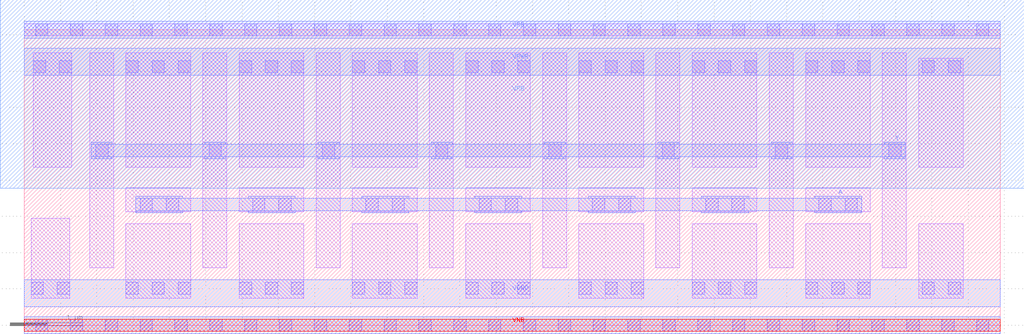
<source format=lef>
# Copyright 2020 The SkyWater PDK Authors
#
# Licensed under the Apache License, Version 2.0 (the "License");
# you may not use this file except in compliance with the License.
# You may obtain a copy of the License at
#
#     https://www.apache.org/licenses/LICENSE-2.0
#
# Unless required by applicable law or agreed to in writing, software
# distributed under the License is distributed on an "AS IS" BASIS,
# WITHOUT WARRANTIES OR CONDITIONS OF ANY KIND, either express or implied.
# See the License for the specific language governing permissions and
# limitations under the License.
#
# SPDX-License-Identifier: Apache-2.0

VERSION 5.7 ;
  NOWIREEXTENSIONATPIN ON ;
  DIVIDERCHAR "/" ;
  BUSBITCHARS "[]" ;
MACRO sky130_fd_sc_hvl__inv_16
  CLASS CORE ;
  FOREIGN sky130_fd_sc_hvl__inv_16 ;
  ORIGIN  0.000000  0.000000 ;
  SIZE  13.44000 BY  4.070000 ;
  SYMMETRY X Y ;
  SITE unithv ;
  PIN A
    ANTENNAGATEAREA  18.00000 ;
    DIRECTION INPUT ;
    USE SIGNAL ;
    PORT
      LAYER met1 ;
        RECT  1.535000 1.550000  2.185000 1.580000 ;
        RECT  1.535000 1.580000 11.535000 1.750000 ;
        RECT  1.535000 1.750000  2.185000 1.780000 ;
        RECT  3.085000 1.550000  3.735000 1.580000 ;
        RECT  3.085000 1.750000  3.735000 1.780000 ;
        RECT  4.645000 1.550000  5.295000 1.580000 ;
        RECT  4.645000 1.750000  5.295000 1.780000 ;
        RECT  6.205000 1.550000  6.855000 1.580000 ;
        RECT  6.205000 1.750000  6.855000 1.780000 ;
        RECT  7.765000 1.550000  8.415000 1.580000 ;
        RECT  7.765000 1.750000  8.415000 1.780000 ;
        RECT  9.325000 1.550000  9.975000 1.580000 ;
        RECT  9.325000 1.750000  9.975000 1.780000 ;
        RECT 10.885000 1.550000 11.535000 1.580000 ;
        RECT 10.885000 1.750000 11.535000 1.780000 ;
    END
  END A
  PIN Y
    ANTENNADIFFAREA  5.040000 ;
    DIRECTION OUTPUT ;
    USE SIGNAL ;
    PORT
      LAYER met1 ;
        RECT  0.925000 2.290000  1.215000 2.320000 ;
        RECT  0.925000 2.320000 12.135000 2.490000 ;
        RECT  0.925000 2.490000  1.215000 2.520000 ;
        RECT  2.485000 2.290000  2.775000 2.320000 ;
        RECT  2.485000 2.490000  2.775000 2.520000 ;
        RECT  4.045000 2.290000  4.335000 2.320000 ;
        RECT  4.045000 2.490000  4.335000 2.520000 ;
        RECT  5.605000 2.290000  5.895000 2.320000 ;
        RECT  5.605000 2.490000  5.895000 2.520000 ;
        RECT  7.165000 2.290000  7.455000 2.320000 ;
        RECT  7.165000 2.490000  7.455000 2.520000 ;
        RECT  8.725000 2.290000  9.015000 2.320000 ;
        RECT  8.725000 2.490000  9.015000 2.520000 ;
        RECT 10.285000 2.290000 10.575000 2.320000 ;
        RECT 10.285000 2.490000 10.575000 2.520000 ;
        RECT 11.845000 2.290000 12.135000 2.320000 ;
        RECT 11.845000 2.490000 12.135000 2.520000 ;
    END
  END Y
  PIN VGND
    DIRECTION INOUT ;
    USE GROUND ;
    PORT
      LAYER met1 ;
        RECT 0.000000 0.255000 13.440000 0.625000 ;
    END
  END VGND
  PIN VNB
    DIRECTION INOUT ;
    USE GROUND ;
    PORT
      LAYER met1 ;
        RECT 0.000000 -0.115000 13.440000 0.115000 ;
      LAYER pwell ;
        RECT 0.000000 -0.085000 13.440000 0.085000 ;
    END
  END VNB
  PIN VPB
    DIRECTION INOUT ;
    USE POWER ;
    PORT
      LAYER met1 ;
        RECT 0.000000 3.955000 13.440000 4.185000 ;
      LAYER nwell ;
        RECT -0.330000 1.885000 13.770000 4.485000 ;
    END
  END VPB
  PIN VPWR
    DIRECTION INOUT ;
    USE POWER ;
    PORT
      LAYER met1 ;
        RECT 0.000000 3.445000 13.440000 3.815000 ;
    END
  END VPWR
  OBS
    LAYER li1 ;
      RECT  0.000000 -0.085000 13.440000 0.085000 ;
      RECT  0.000000  3.985000 13.440000 4.155000 ;
      RECT  0.095000  0.375000  0.630000 1.475000 ;
      RECT  0.125000  2.175000  0.655000 3.755000 ;
      RECT  0.900000  0.795000  1.230000 3.755000 ;
      RECT  1.400000  0.375000  2.290000 1.395000 ;
      RECT  1.400000  1.565000  2.290000 1.895000 ;
      RECT  1.400000  2.175000  2.290000 3.755000 ;
      RECT  2.460000  0.795000  2.790000 3.755000 ;
      RECT  2.960000  0.375000  3.850000 1.395000 ;
      RECT  2.960000  1.565000  3.850000 1.895000 ;
      RECT  2.960000  2.175000  3.850000 3.755000 ;
      RECT  4.020000  0.795000  4.350000 3.755000 ;
      RECT  4.520000  0.375000  5.410000 1.395000 ;
      RECT  4.520000  1.565000  5.410000 1.895000 ;
      RECT  4.520000  2.175000  5.410000 3.755000 ;
      RECT  5.580000  0.795000  5.910000 3.755000 ;
      RECT  6.080000  0.375000  6.970000 1.395000 ;
      RECT  6.080000  1.565000  6.970000 1.895000 ;
      RECT  6.080000  2.175000  6.970000 3.755000 ;
      RECT  7.140000  0.795000  7.470000 3.755000 ;
      RECT  7.640000  0.375000  8.530000 1.395000 ;
      RECT  7.640000  1.565000  8.530000 1.895000 ;
      RECT  7.640000  2.175000  8.530000 3.755000 ;
      RECT  8.700000  0.795000  9.030000 3.755000 ;
      RECT  9.200000  0.375000 10.090000 1.395000 ;
      RECT  9.200000  1.565000 10.090000 1.895000 ;
      RECT  9.200000  2.175000 10.090000 3.755000 ;
      RECT 10.260000  0.795000 10.590000 3.755000 ;
      RECT 10.760000  0.375000 11.650000 1.395000 ;
      RECT 10.760000  1.565000 11.650000 1.895000 ;
      RECT 10.760000  2.175000 11.650000 3.755000 ;
      RECT 11.820000  0.795000 12.150000 3.755000 ;
      RECT 12.320000  0.375000 12.935000 1.395000 ;
      RECT 12.320000  2.175000 12.935000 3.675000 ;
    LAYER mcon ;
      RECT  0.095000  0.425000  0.265000 0.595000 ;
      RECT  0.125000  3.475000  0.295000 3.645000 ;
      RECT  0.155000 -0.085000  0.325000 0.085000 ;
      RECT  0.155000  3.985000  0.325000 4.155000 ;
      RECT  0.455000  0.425000  0.625000 0.595000 ;
      RECT  0.485000  3.475000  0.655000 3.645000 ;
      RECT  0.635000 -0.085000  0.805000 0.085000 ;
      RECT  0.635000  3.985000  0.805000 4.155000 ;
      RECT  0.985000  2.320000  1.155000 2.490000 ;
      RECT  1.115000 -0.085000  1.285000 0.085000 ;
      RECT  1.115000  3.985000  1.285000 4.155000 ;
      RECT  1.400000  0.425000  1.570000 0.595000 ;
      RECT  1.400000  3.475000  1.570000 3.645000 ;
      RECT  1.595000 -0.085000  1.765000 0.085000 ;
      RECT  1.595000  1.580000  1.765000 1.750000 ;
      RECT  1.595000  3.985000  1.765000 4.155000 ;
      RECT  1.760000  0.425000  1.930000 0.595000 ;
      RECT  1.760000  3.475000  1.930000 3.645000 ;
      RECT  1.955000  1.580000  2.125000 1.750000 ;
      RECT  2.075000 -0.085000  2.245000 0.085000 ;
      RECT  2.075000  3.985000  2.245000 4.155000 ;
      RECT  2.120000  0.425000  2.290000 0.595000 ;
      RECT  2.120000  3.475000  2.290000 3.645000 ;
      RECT  2.545000  2.320000  2.715000 2.490000 ;
      RECT  2.555000 -0.085000  2.725000 0.085000 ;
      RECT  2.555000  3.985000  2.725000 4.155000 ;
      RECT  2.960000  0.425000  3.130000 0.595000 ;
      RECT  2.960000  3.475000  3.130000 3.645000 ;
      RECT  3.035000 -0.085000  3.205000 0.085000 ;
      RECT  3.035000  3.985000  3.205000 4.155000 ;
      RECT  3.145000  1.580000  3.315000 1.750000 ;
      RECT  3.320000  0.425000  3.490000 0.595000 ;
      RECT  3.320000  3.475000  3.490000 3.645000 ;
      RECT  3.505000  1.580000  3.675000 1.750000 ;
      RECT  3.515000 -0.085000  3.685000 0.085000 ;
      RECT  3.515000  3.985000  3.685000 4.155000 ;
      RECT  3.680000  0.425000  3.850000 0.595000 ;
      RECT  3.680000  3.475000  3.850000 3.645000 ;
      RECT  3.995000 -0.085000  4.165000 0.085000 ;
      RECT  3.995000  3.985000  4.165000 4.155000 ;
      RECT  4.105000  2.320000  4.275000 2.490000 ;
      RECT  4.475000 -0.085000  4.645000 0.085000 ;
      RECT  4.475000  3.985000  4.645000 4.155000 ;
      RECT  4.520000  0.425000  4.690000 0.595000 ;
      RECT  4.520000  3.475000  4.690000 3.645000 ;
      RECT  4.705000  1.580000  4.875000 1.750000 ;
      RECT  4.880000  0.425000  5.050000 0.595000 ;
      RECT  4.880000  3.475000  5.050000 3.645000 ;
      RECT  4.955000 -0.085000  5.125000 0.085000 ;
      RECT  4.955000  3.985000  5.125000 4.155000 ;
      RECT  5.065000  1.580000  5.235000 1.750000 ;
      RECT  5.240000  0.425000  5.410000 0.595000 ;
      RECT  5.240000  3.475000  5.410000 3.645000 ;
      RECT  5.435000 -0.085000  5.605000 0.085000 ;
      RECT  5.435000  3.985000  5.605000 4.155000 ;
      RECT  5.665000  2.320000  5.835000 2.490000 ;
      RECT  5.915000 -0.085000  6.085000 0.085000 ;
      RECT  5.915000  3.985000  6.085000 4.155000 ;
      RECT  6.080000  0.425000  6.250000 0.595000 ;
      RECT  6.080000  3.475000  6.250000 3.645000 ;
      RECT  6.265000  1.580000  6.435000 1.750000 ;
      RECT  6.395000 -0.085000  6.565000 0.085000 ;
      RECT  6.395000  3.985000  6.565000 4.155000 ;
      RECT  6.440000  0.425000  6.610000 0.595000 ;
      RECT  6.440000  3.475000  6.610000 3.645000 ;
      RECT  6.625000  1.580000  6.795000 1.750000 ;
      RECT  6.800000  0.425000  6.970000 0.595000 ;
      RECT  6.800000  3.475000  6.970000 3.645000 ;
      RECT  6.875000 -0.085000  7.045000 0.085000 ;
      RECT  6.875000  3.985000  7.045000 4.155000 ;
      RECT  7.225000  2.320000  7.395000 2.490000 ;
      RECT  7.355000 -0.085000  7.525000 0.085000 ;
      RECT  7.355000  3.985000  7.525000 4.155000 ;
      RECT  7.640000  0.425000  7.810000 0.595000 ;
      RECT  7.640000  3.475000  7.810000 3.645000 ;
      RECT  7.825000  1.580000  7.995000 1.750000 ;
      RECT  7.835000 -0.085000  8.005000 0.085000 ;
      RECT  7.835000  3.985000  8.005000 4.155000 ;
      RECT  8.000000  0.425000  8.170000 0.595000 ;
      RECT  8.000000  3.475000  8.170000 3.645000 ;
      RECT  8.185000  1.580000  8.355000 1.750000 ;
      RECT  8.315000 -0.085000  8.485000 0.085000 ;
      RECT  8.315000  3.985000  8.485000 4.155000 ;
      RECT  8.360000  0.425000  8.530000 0.595000 ;
      RECT  8.360000  3.475000  8.530000 3.645000 ;
      RECT  8.785000  2.320000  8.955000 2.490000 ;
      RECT  8.795000 -0.085000  8.965000 0.085000 ;
      RECT  8.795000  3.985000  8.965000 4.155000 ;
      RECT  9.200000  0.425000  9.370000 0.595000 ;
      RECT  9.200000  3.475000  9.370000 3.645000 ;
      RECT  9.275000 -0.085000  9.445000 0.085000 ;
      RECT  9.275000  3.985000  9.445000 4.155000 ;
      RECT  9.385000  1.580000  9.555000 1.750000 ;
      RECT  9.560000  0.425000  9.730000 0.595000 ;
      RECT  9.560000  3.475000  9.730000 3.645000 ;
      RECT  9.745000  1.580000  9.915000 1.750000 ;
      RECT  9.755000 -0.085000  9.925000 0.085000 ;
      RECT  9.755000  3.985000  9.925000 4.155000 ;
      RECT  9.920000  0.425000 10.090000 0.595000 ;
      RECT  9.920000  3.475000 10.090000 3.645000 ;
      RECT 10.235000 -0.085000 10.405000 0.085000 ;
      RECT 10.235000  3.985000 10.405000 4.155000 ;
      RECT 10.345000  2.320000 10.515000 2.490000 ;
      RECT 10.715000 -0.085000 10.885000 0.085000 ;
      RECT 10.715000  3.985000 10.885000 4.155000 ;
      RECT 10.760000  0.425000 10.930000 0.595000 ;
      RECT 10.760000  3.475000 10.930000 3.645000 ;
      RECT 10.945000  1.580000 11.115000 1.750000 ;
      RECT 11.120000  0.425000 11.290000 0.595000 ;
      RECT 11.120000  3.475000 11.290000 3.645000 ;
      RECT 11.195000 -0.085000 11.365000 0.085000 ;
      RECT 11.195000  3.985000 11.365000 4.155000 ;
      RECT 11.305000  1.580000 11.475000 1.750000 ;
      RECT 11.480000  0.425000 11.650000 0.595000 ;
      RECT 11.480000  3.475000 11.650000 3.645000 ;
      RECT 11.675000 -0.085000 11.845000 0.085000 ;
      RECT 11.675000  3.985000 11.845000 4.155000 ;
      RECT 11.905000  2.320000 12.075000 2.490000 ;
      RECT 12.155000 -0.085000 12.325000 0.085000 ;
      RECT 12.155000  3.985000 12.325000 4.155000 ;
      RECT 12.365000  0.425000 12.535000 0.595000 ;
      RECT 12.365000  3.475000 12.535000 3.645000 ;
      RECT 12.635000 -0.085000 12.805000 0.085000 ;
      RECT 12.635000  3.985000 12.805000 4.155000 ;
      RECT 12.725000  0.425000 12.895000 0.595000 ;
      RECT 12.725000  3.475000 12.895000 3.645000 ;
      RECT 13.115000 -0.085000 13.285000 0.085000 ;
      RECT 13.115000  3.985000 13.285000 4.155000 ;
  END
END sky130_fd_sc_hvl__inv_16
END LIBRARY

</source>
